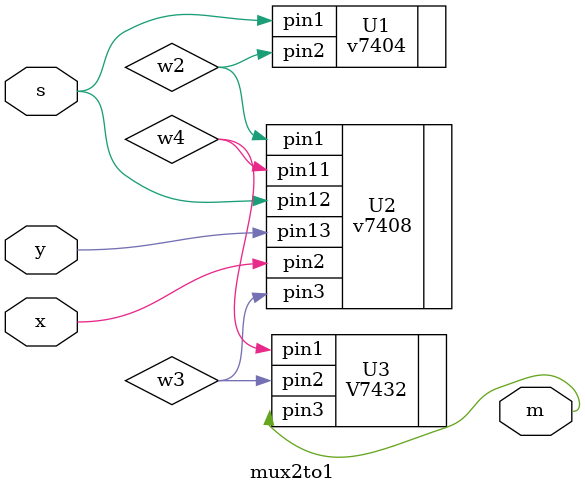
<source format=v>
`timescale 1ns / 1ns // `timescale time_unit/time_precision


//LEDR[0] output display

module mux(LEDR, SW);
    input [9:0] SW;
    output [9:0] LEDR;

    mux2to1 u0(
        .x(SW[0]),
        .y(SW[1]),
        .s(SW[9]),
        .m(LEDR[0])
        );
endmodule

module mux2to1(x, y, s, m);

	input x, y, s;
	output m;

	wire w2, w3, w4;

	v7404 U1 (
		.pin1(s),
		.pin2(w2)
	);

	v7408 U2 (
		.pin1(w2),
		.pin2(x),
		.pin3(w3),
		.pin11(w4),
		.pin12(s),
		.pin13(y)
	);

	V7432 U3 (
		.pin1(w4),
		.pin2(w3),
		.pin3(m)
	);

endmodule 


</source>
